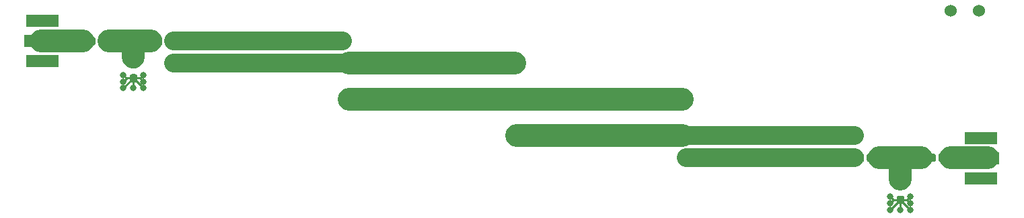
<source format=gbr>
G04 #@! TF.GenerationSoftware,KiCad,Pcbnew,5.1.2-f72e74a~84~ubuntu18.04.1*
G04 #@! TF.CreationDate,2019-11-21T14:14:44+01:00*
G04 #@! TF.ProjectId,FR4_proto,4652345f-7072-46f7-946f-2e6b69636164,rev?*
G04 #@! TF.SameCoordinates,Original*
G04 #@! TF.FileFunction,Copper,L1,Top*
G04 #@! TF.FilePolarity,Positive*
%FSLAX46Y46*%
G04 Gerber Fmt 4.6, Leading zero omitted, Abs format (unit mm)*
G04 Created by KiCad (PCBNEW 5.1.2-f72e74a~84~ubuntu18.04.1) date 2019-11-21 14:14:44*
%MOMM*%
%LPD*%
G04 APERTURE LIST*
%ADD10C,1.524000*%
%ADD11R,4.060000X1.520000*%
%ADD12R,4.600000X1.520000*%
%ADD13C,0.100000*%
%ADD14C,0.950000*%
%ADD15C,1.050000*%
%ADD16C,0.800000*%
%ADD17C,2.360000*%
%ADD18C,2.845000*%
%ADD19C,2.900000*%
%ADD20C,0.250000*%
G04 APERTURE END LIST*
D10*
X172720000Y-85090000D03*
X176220000Y-85090000D03*
D11*
X176530000Y-106180000D03*
X176530000Y-101100000D03*
D12*
X176530000Y-103640000D03*
D11*
X58420000Y-86360000D03*
X58420000Y-91440000D03*
D12*
X58420000Y-88900000D03*
D13*
G36*
X166630779Y-108396144D02*
G01*
X166653834Y-108399563D01*
X166676443Y-108405227D01*
X166698387Y-108413079D01*
X166719457Y-108423044D01*
X166739448Y-108435026D01*
X166758168Y-108448910D01*
X166775438Y-108464562D01*
X166791090Y-108481832D01*
X166804974Y-108500552D01*
X166816956Y-108520543D01*
X166826921Y-108541613D01*
X166834773Y-108563557D01*
X166840437Y-108586166D01*
X166843856Y-108609221D01*
X166845000Y-108632500D01*
X166845000Y-109207500D01*
X166843856Y-109230779D01*
X166840437Y-109253834D01*
X166834773Y-109276443D01*
X166826921Y-109298387D01*
X166816956Y-109319457D01*
X166804974Y-109339448D01*
X166791090Y-109358168D01*
X166775438Y-109375438D01*
X166758168Y-109391090D01*
X166739448Y-109404974D01*
X166719457Y-109416956D01*
X166698387Y-109426921D01*
X166676443Y-109434773D01*
X166653834Y-109440437D01*
X166630779Y-109443856D01*
X166607500Y-109445000D01*
X166132500Y-109445000D01*
X166109221Y-109443856D01*
X166086166Y-109440437D01*
X166063557Y-109434773D01*
X166041613Y-109426921D01*
X166020543Y-109416956D01*
X166000552Y-109404974D01*
X165981832Y-109391090D01*
X165964562Y-109375438D01*
X165948910Y-109358168D01*
X165935026Y-109339448D01*
X165923044Y-109319457D01*
X165913079Y-109298387D01*
X165905227Y-109276443D01*
X165899563Y-109253834D01*
X165896144Y-109230779D01*
X165895000Y-109207500D01*
X165895000Y-108632500D01*
X165896144Y-108609221D01*
X165899563Y-108586166D01*
X165905227Y-108563557D01*
X165913079Y-108541613D01*
X165923044Y-108520543D01*
X165935026Y-108500552D01*
X165948910Y-108481832D01*
X165964562Y-108464562D01*
X165981832Y-108448910D01*
X166000552Y-108435026D01*
X166020543Y-108423044D01*
X166041613Y-108413079D01*
X166063557Y-108405227D01*
X166086166Y-108399563D01*
X166109221Y-108396144D01*
X166132500Y-108395000D01*
X166607500Y-108395000D01*
X166630779Y-108396144D01*
X166630779Y-108396144D01*
G37*
D14*
X166370000Y-108920000D03*
D13*
G36*
X166630779Y-106646144D02*
G01*
X166653834Y-106649563D01*
X166676443Y-106655227D01*
X166698387Y-106663079D01*
X166719457Y-106673044D01*
X166739448Y-106685026D01*
X166758168Y-106698910D01*
X166775438Y-106714562D01*
X166791090Y-106731832D01*
X166804974Y-106750552D01*
X166816956Y-106770543D01*
X166826921Y-106791613D01*
X166834773Y-106813557D01*
X166840437Y-106836166D01*
X166843856Y-106859221D01*
X166845000Y-106882500D01*
X166845000Y-107457500D01*
X166843856Y-107480779D01*
X166840437Y-107503834D01*
X166834773Y-107526443D01*
X166826921Y-107548387D01*
X166816956Y-107569457D01*
X166804974Y-107589448D01*
X166791090Y-107608168D01*
X166775438Y-107625438D01*
X166758168Y-107641090D01*
X166739448Y-107654974D01*
X166719457Y-107666956D01*
X166698387Y-107676921D01*
X166676443Y-107684773D01*
X166653834Y-107690437D01*
X166630779Y-107693856D01*
X166607500Y-107695000D01*
X166132500Y-107695000D01*
X166109221Y-107693856D01*
X166086166Y-107690437D01*
X166063557Y-107684773D01*
X166041613Y-107676921D01*
X166020543Y-107666956D01*
X166000552Y-107654974D01*
X165981832Y-107641090D01*
X165964562Y-107625438D01*
X165948910Y-107608168D01*
X165935026Y-107589448D01*
X165923044Y-107569457D01*
X165913079Y-107548387D01*
X165905227Y-107526443D01*
X165899563Y-107503834D01*
X165896144Y-107480779D01*
X165895000Y-107457500D01*
X165895000Y-106882500D01*
X165896144Y-106859221D01*
X165899563Y-106836166D01*
X165905227Y-106813557D01*
X165913079Y-106791613D01*
X165923044Y-106770543D01*
X165935026Y-106750552D01*
X165948910Y-106731832D01*
X165964562Y-106714562D01*
X165981832Y-106698910D01*
X166000552Y-106685026D01*
X166020543Y-106673044D01*
X166041613Y-106663079D01*
X166063557Y-106655227D01*
X166086166Y-106649563D01*
X166109221Y-106646144D01*
X166132500Y-106645000D01*
X166607500Y-106645000D01*
X166630779Y-106646144D01*
X166630779Y-106646144D01*
G37*
D14*
X166370000Y-107170000D03*
D13*
G36*
X70110779Y-93056144D02*
G01*
X70133834Y-93059563D01*
X70156443Y-93065227D01*
X70178387Y-93073079D01*
X70199457Y-93083044D01*
X70219448Y-93095026D01*
X70238168Y-93108910D01*
X70255438Y-93124562D01*
X70271090Y-93141832D01*
X70284974Y-93160552D01*
X70296956Y-93180543D01*
X70306921Y-93201613D01*
X70314773Y-93223557D01*
X70320437Y-93246166D01*
X70323856Y-93269221D01*
X70325000Y-93292500D01*
X70325000Y-93867500D01*
X70323856Y-93890779D01*
X70320437Y-93913834D01*
X70314773Y-93936443D01*
X70306921Y-93958387D01*
X70296956Y-93979457D01*
X70284974Y-93999448D01*
X70271090Y-94018168D01*
X70255438Y-94035438D01*
X70238168Y-94051090D01*
X70219448Y-94064974D01*
X70199457Y-94076956D01*
X70178387Y-94086921D01*
X70156443Y-94094773D01*
X70133834Y-94100437D01*
X70110779Y-94103856D01*
X70087500Y-94105000D01*
X69612500Y-94105000D01*
X69589221Y-94103856D01*
X69566166Y-94100437D01*
X69543557Y-94094773D01*
X69521613Y-94086921D01*
X69500543Y-94076956D01*
X69480552Y-94064974D01*
X69461832Y-94051090D01*
X69444562Y-94035438D01*
X69428910Y-94018168D01*
X69415026Y-93999448D01*
X69403044Y-93979457D01*
X69393079Y-93958387D01*
X69385227Y-93936443D01*
X69379563Y-93913834D01*
X69376144Y-93890779D01*
X69375000Y-93867500D01*
X69375000Y-93292500D01*
X69376144Y-93269221D01*
X69379563Y-93246166D01*
X69385227Y-93223557D01*
X69393079Y-93201613D01*
X69403044Y-93180543D01*
X69415026Y-93160552D01*
X69428910Y-93141832D01*
X69444562Y-93124562D01*
X69461832Y-93108910D01*
X69480552Y-93095026D01*
X69500543Y-93083044D01*
X69521613Y-93073079D01*
X69543557Y-93065227D01*
X69566166Y-93059563D01*
X69589221Y-93056144D01*
X69612500Y-93055000D01*
X70087500Y-93055000D01*
X70110779Y-93056144D01*
X70110779Y-93056144D01*
G37*
D14*
X69850000Y-93580000D03*
D13*
G36*
X70110779Y-91306144D02*
G01*
X70133834Y-91309563D01*
X70156443Y-91315227D01*
X70178387Y-91323079D01*
X70199457Y-91333044D01*
X70219448Y-91345026D01*
X70238168Y-91358910D01*
X70255438Y-91374562D01*
X70271090Y-91391832D01*
X70284974Y-91410552D01*
X70296956Y-91430543D01*
X70306921Y-91451613D01*
X70314773Y-91473557D01*
X70320437Y-91496166D01*
X70323856Y-91519221D01*
X70325000Y-91542500D01*
X70325000Y-92117500D01*
X70323856Y-92140779D01*
X70320437Y-92163834D01*
X70314773Y-92186443D01*
X70306921Y-92208387D01*
X70296956Y-92229457D01*
X70284974Y-92249448D01*
X70271090Y-92268168D01*
X70255438Y-92285438D01*
X70238168Y-92301090D01*
X70219448Y-92314974D01*
X70199457Y-92326956D01*
X70178387Y-92336921D01*
X70156443Y-92344773D01*
X70133834Y-92350437D01*
X70110779Y-92353856D01*
X70087500Y-92355000D01*
X69612500Y-92355000D01*
X69589221Y-92353856D01*
X69566166Y-92350437D01*
X69543557Y-92344773D01*
X69521613Y-92336921D01*
X69500543Y-92326956D01*
X69480552Y-92314974D01*
X69461832Y-92301090D01*
X69444562Y-92285438D01*
X69428910Y-92268168D01*
X69415026Y-92249448D01*
X69403044Y-92229457D01*
X69393079Y-92208387D01*
X69385227Y-92186443D01*
X69379563Y-92163834D01*
X69376144Y-92140779D01*
X69375000Y-92117500D01*
X69375000Y-91542500D01*
X69376144Y-91519221D01*
X69379563Y-91496166D01*
X69385227Y-91473557D01*
X69393079Y-91451613D01*
X69403044Y-91430543D01*
X69415026Y-91410552D01*
X69428910Y-91391832D01*
X69444562Y-91374562D01*
X69461832Y-91358910D01*
X69480552Y-91345026D01*
X69500543Y-91333044D01*
X69521613Y-91323079D01*
X69543557Y-91315227D01*
X69566166Y-91309563D01*
X69589221Y-91306144D01*
X69612500Y-91305000D01*
X70087500Y-91305000D01*
X70110779Y-91306144D01*
X70110779Y-91306144D01*
G37*
D14*
X69850000Y-91830000D03*
D13*
G36*
X170579505Y-103087204D02*
G01*
X170603773Y-103090804D01*
X170627572Y-103096765D01*
X170650671Y-103105030D01*
X170672850Y-103115520D01*
X170693893Y-103128132D01*
X170713599Y-103142747D01*
X170731777Y-103159223D01*
X170748253Y-103177401D01*
X170762868Y-103197107D01*
X170775480Y-103218150D01*
X170785970Y-103240329D01*
X170794235Y-103263428D01*
X170800196Y-103287227D01*
X170803796Y-103311495D01*
X170805000Y-103335999D01*
X170805000Y-103886001D01*
X170803796Y-103910505D01*
X170800196Y-103934773D01*
X170794235Y-103958572D01*
X170785970Y-103981671D01*
X170775480Y-104003850D01*
X170762868Y-104024893D01*
X170748253Y-104044599D01*
X170731777Y-104062777D01*
X170713599Y-104079253D01*
X170693893Y-104093868D01*
X170672850Y-104106480D01*
X170650671Y-104116970D01*
X170627572Y-104125235D01*
X170603773Y-104131196D01*
X170579505Y-104134796D01*
X170555001Y-104136000D01*
X169804999Y-104136000D01*
X169780495Y-104134796D01*
X169756227Y-104131196D01*
X169732428Y-104125235D01*
X169709329Y-104116970D01*
X169687150Y-104106480D01*
X169666107Y-104093868D01*
X169646401Y-104079253D01*
X169628223Y-104062777D01*
X169611747Y-104044599D01*
X169597132Y-104024893D01*
X169584520Y-104003850D01*
X169574030Y-103981671D01*
X169565765Y-103958572D01*
X169559804Y-103934773D01*
X169556204Y-103910505D01*
X169555000Y-103886001D01*
X169555000Y-103335999D01*
X169556204Y-103311495D01*
X169559804Y-103287227D01*
X169565765Y-103263428D01*
X169574030Y-103240329D01*
X169584520Y-103218150D01*
X169597132Y-103197107D01*
X169611747Y-103177401D01*
X169628223Y-103159223D01*
X169646401Y-103142747D01*
X169666107Y-103128132D01*
X169687150Y-103115520D01*
X169709329Y-103105030D01*
X169732428Y-103096765D01*
X169756227Y-103090804D01*
X169780495Y-103087204D01*
X169804999Y-103086000D01*
X170555001Y-103086000D01*
X170579505Y-103087204D01*
X170579505Y-103087204D01*
G37*
D15*
X170180000Y-103611000D03*
D13*
G36*
X172179505Y-103087204D02*
G01*
X172203773Y-103090804D01*
X172227572Y-103096765D01*
X172250671Y-103105030D01*
X172272850Y-103115520D01*
X172293893Y-103128132D01*
X172313599Y-103142747D01*
X172331777Y-103159223D01*
X172348253Y-103177401D01*
X172362868Y-103197107D01*
X172375480Y-103218150D01*
X172385970Y-103240329D01*
X172394235Y-103263428D01*
X172400196Y-103287227D01*
X172403796Y-103311495D01*
X172405000Y-103335999D01*
X172405000Y-103886001D01*
X172403796Y-103910505D01*
X172400196Y-103934773D01*
X172394235Y-103958572D01*
X172385970Y-103981671D01*
X172375480Y-104003850D01*
X172362868Y-104024893D01*
X172348253Y-104044599D01*
X172331777Y-104062777D01*
X172313599Y-104079253D01*
X172293893Y-104093868D01*
X172272850Y-104106480D01*
X172250671Y-104116970D01*
X172227572Y-104125235D01*
X172203773Y-104131196D01*
X172179505Y-104134796D01*
X172155001Y-104136000D01*
X171404999Y-104136000D01*
X171380495Y-104134796D01*
X171356227Y-104131196D01*
X171332428Y-104125235D01*
X171309329Y-104116970D01*
X171287150Y-104106480D01*
X171266107Y-104093868D01*
X171246401Y-104079253D01*
X171228223Y-104062777D01*
X171211747Y-104044599D01*
X171197132Y-104024893D01*
X171184520Y-104003850D01*
X171174030Y-103981671D01*
X171165765Y-103958572D01*
X171159804Y-103934773D01*
X171156204Y-103910505D01*
X171155000Y-103886001D01*
X171155000Y-103335999D01*
X171156204Y-103311495D01*
X171159804Y-103287227D01*
X171165765Y-103263428D01*
X171174030Y-103240329D01*
X171184520Y-103218150D01*
X171197132Y-103197107D01*
X171211747Y-103177401D01*
X171228223Y-103159223D01*
X171246401Y-103142747D01*
X171266107Y-103128132D01*
X171287150Y-103115520D01*
X171309329Y-103105030D01*
X171332428Y-103096765D01*
X171356227Y-103090804D01*
X171380495Y-103087204D01*
X171404999Y-103086000D01*
X172155001Y-103086000D01*
X172179505Y-103087204D01*
X172179505Y-103087204D01*
G37*
D15*
X171780000Y-103611000D03*
D13*
G36*
X161559505Y-103087204D02*
G01*
X161583773Y-103090804D01*
X161607572Y-103096765D01*
X161630671Y-103105030D01*
X161652850Y-103115520D01*
X161673893Y-103128132D01*
X161693599Y-103142747D01*
X161711777Y-103159223D01*
X161728253Y-103177401D01*
X161742868Y-103197107D01*
X161755480Y-103218150D01*
X161765970Y-103240329D01*
X161774235Y-103263428D01*
X161780196Y-103287227D01*
X161783796Y-103311495D01*
X161785000Y-103335999D01*
X161785000Y-103886001D01*
X161783796Y-103910505D01*
X161780196Y-103934773D01*
X161774235Y-103958572D01*
X161765970Y-103981671D01*
X161755480Y-104003850D01*
X161742868Y-104024893D01*
X161728253Y-104044599D01*
X161711777Y-104062777D01*
X161693599Y-104079253D01*
X161673893Y-104093868D01*
X161652850Y-104106480D01*
X161630671Y-104116970D01*
X161607572Y-104125235D01*
X161583773Y-104131196D01*
X161559505Y-104134796D01*
X161535001Y-104136000D01*
X160784999Y-104136000D01*
X160760495Y-104134796D01*
X160736227Y-104131196D01*
X160712428Y-104125235D01*
X160689329Y-104116970D01*
X160667150Y-104106480D01*
X160646107Y-104093868D01*
X160626401Y-104079253D01*
X160608223Y-104062777D01*
X160591747Y-104044599D01*
X160577132Y-104024893D01*
X160564520Y-104003850D01*
X160554030Y-103981671D01*
X160545765Y-103958572D01*
X160539804Y-103934773D01*
X160536204Y-103910505D01*
X160535000Y-103886001D01*
X160535000Y-103335999D01*
X160536204Y-103311495D01*
X160539804Y-103287227D01*
X160545765Y-103263428D01*
X160554030Y-103240329D01*
X160564520Y-103218150D01*
X160577132Y-103197107D01*
X160591747Y-103177401D01*
X160608223Y-103159223D01*
X160626401Y-103142747D01*
X160646107Y-103128132D01*
X160667150Y-103115520D01*
X160689329Y-103105030D01*
X160712428Y-103096765D01*
X160736227Y-103090804D01*
X160760495Y-103087204D01*
X160784999Y-103086000D01*
X161535001Y-103086000D01*
X161559505Y-103087204D01*
X161559505Y-103087204D01*
G37*
D15*
X161160000Y-103611000D03*
D13*
G36*
X163159505Y-103087204D02*
G01*
X163183773Y-103090804D01*
X163207572Y-103096765D01*
X163230671Y-103105030D01*
X163252850Y-103115520D01*
X163273893Y-103128132D01*
X163293599Y-103142747D01*
X163311777Y-103159223D01*
X163328253Y-103177401D01*
X163342868Y-103197107D01*
X163355480Y-103218150D01*
X163365970Y-103240329D01*
X163374235Y-103263428D01*
X163380196Y-103287227D01*
X163383796Y-103311495D01*
X163385000Y-103335999D01*
X163385000Y-103886001D01*
X163383796Y-103910505D01*
X163380196Y-103934773D01*
X163374235Y-103958572D01*
X163365970Y-103981671D01*
X163355480Y-104003850D01*
X163342868Y-104024893D01*
X163328253Y-104044599D01*
X163311777Y-104062777D01*
X163293599Y-104079253D01*
X163273893Y-104093868D01*
X163252850Y-104106480D01*
X163230671Y-104116970D01*
X163207572Y-104125235D01*
X163183773Y-104131196D01*
X163159505Y-104134796D01*
X163135001Y-104136000D01*
X162384999Y-104136000D01*
X162360495Y-104134796D01*
X162336227Y-104131196D01*
X162312428Y-104125235D01*
X162289329Y-104116970D01*
X162267150Y-104106480D01*
X162246107Y-104093868D01*
X162226401Y-104079253D01*
X162208223Y-104062777D01*
X162191747Y-104044599D01*
X162177132Y-104024893D01*
X162164520Y-104003850D01*
X162154030Y-103981671D01*
X162145765Y-103958572D01*
X162139804Y-103934773D01*
X162136204Y-103910505D01*
X162135000Y-103886001D01*
X162135000Y-103335999D01*
X162136204Y-103311495D01*
X162139804Y-103287227D01*
X162145765Y-103263428D01*
X162154030Y-103240329D01*
X162164520Y-103218150D01*
X162177132Y-103197107D01*
X162191747Y-103177401D01*
X162208223Y-103159223D01*
X162226401Y-103142747D01*
X162246107Y-103128132D01*
X162267150Y-103115520D01*
X162289329Y-103105030D01*
X162312428Y-103096765D01*
X162336227Y-103090804D01*
X162360495Y-103087204D01*
X162384999Y-103086000D01*
X163135001Y-103086000D01*
X163159505Y-103087204D01*
X163159505Y-103087204D01*
G37*
D15*
X162760000Y-103611000D03*
D13*
G36*
X73259505Y-88376204D02*
G01*
X73283773Y-88379804D01*
X73307572Y-88385765D01*
X73330671Y-88394030D01*
X73352850Y-88404520D01*
X73373893Y-88417132D01*
X73393599Y-88431747D01*
X73411777Y-88448223D01*
X73428253Y-88466401D01*
X73442868Y-88486107D01*
X73455480Y-88507150D01*
X73465970Y-88529329D01*
X73474235Y-88552428D01*
X73480196Y-88576227D01*
X73483796Y-88600495D01*
X73485000Y-88624999D01*
X73485000Y-89175001D01*
X73483796Y-89199505D01*
X73480196Y-89223773D01*
X73474235Y-89247572D01*
X73465970Y-89270671D01*
X73455480Y-89292850D01*
X73442868Y-89313893D01*
X73428253Y-89333599D01*
X73411777Y-89351777D01*
X73393599Y-89368253D01*
X73373893Y-89382868D01*
X73352850Y-89395480D01*
X73330671Y-89405970D01*
X73307572Y-89414235D01*
X73283773Y-89420196D01*
X73259505Y-89423796D01*
X73235001Y-89425000D01*
X72484999Y-89425000D01*
X72460495Y-89423796D01*
X72436227Y-89420196D01*
X72412428Y-89414235D01*
X72389329Y-89405970D01*
X72367150Y-89395480D01*
X72346107Y-89382868D01*
X72326401Y-89368253D01*
X72308223Y-89351777D01*
X72291747Y-89333599D01*
X72277132Y-89313893D01*
X72264520Y-89292850D01*
X72254030Y-89270671D01*
X72245765Y-89247572D01*
X72239804Y-89223773D01*
X72236204Y-89199505D01*
X72235000Y-89175001D01*
X72235000Y-88624999D01*
X72236204Y-88600495D01*
X72239804Y-88576227D01*
X72245765Y-88552428D01*
X72254030Y-88529329D01*
X72264520Y-88507150D01*
X72277132Y-88486107D01*
X72291747Y-88466401D01*
X72308223Y-88448223D01*
X72326401Y-88431747D01*
X72346107Y-88417132D01*
X72367150Y-88404520D01*
X72389329Y-88394030D01*
X72412428Y-88385765D01*
X72436227Y-88379804D01*
X72460495Y-88376204D01*
X72484999Y-88375000D01*
X73235001Y-88375000D01*
X73259505Y-88376204D01*
X73259505Y-88376204D01*
G37*
D15*
X72860000Y-88900000D03*
D13*
G36*
X74859505Y-88376204D02*
G01*
X74883773Y-88379804D01*
X74907572Y-88385765D01*
X74930671Y-88394030D01*
X74952850Y-88404520D01*
X74973893Y-88417132D01*
X74993599Y-88431747D01*
X75011777Y-88448223D01*
X75028253Y-88466401D01*
X75042868Y-88486107D01*
X75055480Y-88507150D01*
X75065970Y-88529329D01*
X75074235Y-88552428D01*
X75080196Y-88576227D01*
X75083796Y-88600495D01*
X75085000Y-88624999D01*
X75085000Y-89175001D01*
X75083796Y-89199505D01*
X75080196Y-89223773D01*
X75074235Y-89247572D01*
X75065970Y-89270671D01*
X75055480Y-89292850D01*
X75042868Y-89313893D01*
X75028253Y-89333599D01*
X75011777Y-89351777D01*
X74993599Y-89368253D01*
X74973893Y-89382868D01*
X74952850Y-89395480D01*
X74930671Y-89405970D01*
X74907572Y-89414235D01*
X74883773Y-89420196D01*
X74859505Y-89423796D01*
X74835001Y-89425000D01*
X74084999Y-89425000D01*
X74060495Y-89423796D01*
X74036227Y-89420196D01*
X74012428Y-89414235D01*
X73989329Y-89405970D01*
X73967150Y-89395480D01*
X73946107Y-89382868D01*
X73926401Y-89368253D01*
X73908223Y-89351777D01*
X73891747Y-89333599D01*
X73877132Y-89313893D01*
X73864520Y-89292850D01*
X73854030Y-89270671D01*
X73845765Y-89247572D01*
X73839804Y-89223773D01*
X73836204Y-89199505D01*
X73835000Y-89175001D01*
X73835000Y-88624999D01*
X73836204Y-88600495D01*
X73839804Y-88576227D01*
X73845765Y-88552428D01*
X73854030Y-88529329D01*
X73864520Y-88507150D01*
X73877132Y-88486107D01*
X73891747Y-88466401D01*
X73908223Y-88448223D01*
X73926401Y-88431747D01*
X73946107Y-88417132D01*
X73967150Y-88404520D01*
X73989329Y-88394030D01*
X74012428Y-88385765D01*
X74036227Y-88379804D01*
X74060495Y-88376204D01*
X74084999Y-88375000D01*
X74835001Y-88375000D01*
X74859505Y-88376204D01*
X74859505Y-88376204D01*
G37*
D15*
X74460000Y-88900000D03*
D13*
G36*
X64839505Y-88376204D02*
G01*
X64863773Y-88379804D01*
X64887572Y-88385765D01*
X64910671Y-88394030D01*
X64932850Y-88404520D01*
X64953893Y-88417132D01*
X64973599Y-88431747D01*
X64991777Y-88448223D01*
X65008253Y-88466401D01*
X65022868Y-88486107D01*
X65035480Y-88507150D01*
X65045970Y-88529329D01*
X65054235Y-88552428D01*
X65060196Y-88576227D01*
X65063796Y-88600495D01*
X65065000Y-88624999D01*
X65065000Y-89175001D01*
X65063796Y-89199505D01*
X65060196Y-89223773D01*
X65054235Y-89247572D01*
X65045970Y-89270671D01*
X65035480Y-89292850D01*
X65022868Y-89313893D01*
X65008253Y-89333599D01*
X64991777Y-89351777D01*
X64973599Y-89368253D01*
X64953893Y-89382868D01*
X64932850Y-89395480D01*
X64910671Y-89405970D01*
X64887572Y-89414235D01*
X64863773Y-89420196D01*
X64839505Y-89423796D01*
X64815001Y-89425000D01*
X64064999Y-89425000D01*
X64040495Y-89423796D01*
X64016227Y-89420196D01*
X63992428Y-89414235D01*
X63969329Y-89405970D01*
X63947150Y-89395480D01*
X63926107Y-89382868D01*
X63906401Y-89368253D01*
X63888223Y-89351777D01*
X63871747Y-89333599D01*
X63857132Y-89313893D01*
X63844520Y-89292850D01*
X63834030Y-89270671D01*
X63825765Y-89247572D01*
X63819804Y-89223773D01*
X63816204Y-89199505D01*
X63815000Y-89175001D01*
X63815000Y-88624999D01*
X63816204Y-88600495D01*
X63819804Y-88576227D01*
X63825765Y-88552428D01*
X63834030Y-88529329D01*
X63844520Y-88507150D01*
X63857132Y-88486107D01*
X63871747Y-88466401D01*
X63888223Y-88448223D01*
X63906401Y-88431747D01*
X63926107Y-88417132D01*
X63947150Y-88404520D01*
X63969329Y-88394030D01*
X63992428Y-88385765D01*
X64016227Y-88379804D01*
X64040495Y-88376204D01*
X64064999Y-88375000D01*
X64815001Y-88375000D01*
X64839505Y-88376204D01*
X64839505Y-88376204D01*
G37*
D15*
X64440000Y-88900000D03*
D13*
G36*
X66439505Y-88376204D02*
G01*
X66463773Y-88379804D01*
X66487572Y-88385765D01*
X66510671Y-88394030D01*
X66532850Y-88404520D01*
X66553893Y-88417132D01*
X66573599Y-88431747D01*
X66591777Y-88448223D01*
X66608253Y-88466401D01*
X66622868Y-88486107D01*
X66635480Y-88507150D01*
X66645970Y-88529329D01*
X66654235Y-88552428D01*
X66660196Y-88576227D01*
X66663796Y-88600495D01*
X66665000Y-88624999D01*
X66665000Y-89175001D01*
X66663796Y-89199505D01*
X66660196Y-89223773D01*
X66654235Y-89247572D01*
X66645970Y-89270671D01*
X66635480Y-89292850D01*
X66622868Y-89313893D01*
X66608253Y-89333599D01*
X66591777Y-89351777D01*
X66573599Y-89368253D01*
X66553893Y-89382868D01*
X66532850Y-89395480D01*
X66510671Y-89405970D01*
X66487572Y-89414235D01*
X66463773Y-89420196D01*
X66439505Y-89423796D01*
X66415001Y-89425000D01*
X65664999Y-89425000D01*
X65640495Y-89423796D01*
X65616227Y-89420196D01*
X65592428Y-89414235D01*
X65569329Y-89405970D01*
X65547150Y-89395480D01*
X65526107Y-89382868D01*
X65506401Y-89368253D01*
X65488223Y-89351777D01*
X65471747Y-89333599D01*
X65457132Y-89313893D01*
X65444520Y-89292850D01*
X65434030Y-89270671D01*
X65425765Y-89247572D01*
X65419804Y-89223773D01*
X65416204Y-89199505D01*
X65415000Y-89175001D01*
X65415000Y-88624999D01*
X65416204Y-88600495D01*
X65419804Y-88576227D01*
X65425765Y-88552428D01*
X65434030Y-88529329D01*
X65444520Y-88507150D01*
X65457132Y-88486107D01*
X65471747Y-88466401D01*
X65488223Y-88448223D01*
X65506401Y-88431747D01*
X65526107Y-88417132D01*
X65547150Y-88404520D01*
X65569329Y-88394030D01*
X65592428Y-88385765D01*
X65616227Y-88379804D01*
X65640495Y-88376204D01*
X65664999Y-88375000D01*
X66415001Y-88375000D01*
X66439505Y-88376204D01*
X66439505Y-88376204D01*
G37*
D15*
X66040000Y-88900000D03*
D16*
X165100000Y-108490000D03*
X167640000Y-109340000D03*
X167640000Y-110160000D03*
X165100000Y-110160000D03*
X166370000Y-108890000D03*
X166370000Y-110160000D03*
X165100000Y-109340000D03*
X167640000Y-108490000D03*
X71120000Y-93150000D03*
X68580000Y-93150000D03*
X69850000Y-94820000D03*
X68580000Y-94820000D03*
X71120000Y-94820000D03*
X71120000Y-94000000D03*
X68580000Y-94000000D03*
X175260000Y-100930000D03*
X176530000Y-100930000D03*
X177800000Y-100930000D03*
X69850000Y-93550000D03*
X177800000Y-106280000D03*
X176530000Y-106280000D03*
X175260000Y-106280000D03*
X59690000Y-91440000D03*
X58420000Y-91440000D03*
X57150000Y-91440000D03*
X59690000Y-86360000D03*
X58420000Y-86360000D03*
X57150000Y-86360000D03*
D17*
X74930000Y-91674500D02*
X96160000Y-91674500D01*
D18*
X96990000Y-91674500D02*
X117800000Y-91674500D01*
X96990000Y-96255500D02*
X117800000Y-96255500D01*
X118064500Y-96255500D02*
X138874500Y-96255500D01*
X118064500Y-100836500D02*
X138874500Y-100836500D01*
D17*
X139381000Y-100836500D02*
X160611000Y-100836500D01*
D19*
X58200000Y-88900000D02*
X63500000Y-88900000D01*
X69850000Y-90934990D02*
X69850000Y-90170000D01*
X66800000Y-88900000D02*
X72000000Y-88900000D01*
D17*
X74930000Y-88900000D02*
X96160000Y-88900000D01*
X139381000Y-103611000D02*
X160611000Y-103611000D01*
D19*
X166370000Y-106280000D02*
X166370000Y-105010000D01*
D20*
X170316810Y-103611000D02*
X170180000Y-103611000D01*
D19*
X163700000Y-103611000D02*
X169000000Y-103611000D01*
X172720000Y-103611000D02*
X177300000Y-103611000D01*
D20*
X68980000Y-93550000D02*
X68580000Y-93150000D01*
X69850000Y-93550000D02*
X68980000Y-93550000D01*
X69030000Y-93550000D02*
X68580000Y-94000000D01*
X69850000Y-93550000D02*
X69030000Y-93550000D01*
X69820000Y-93580000D02*
X68580000Y-94820000D01*
X69850000Y-93580000D02*
X69820000Y-93580000D01*
X69850000Y-93550000D02*
X69850000Y-94820000D01*
X70720000Y-93550000D02*
X71120000Y-93150000D01*
X69850000Y-93550000D02*
X70720000Y-93550000D01*
X70670000Y-93550000D02*
X71120000Y-94000000D01*
X69850000Y-93550000D02*
X70670000Y-93550000D01*
X69880000Y-93580000D02*
X71120000Y-94820000D01*
X69850000Y-93580000D02*
X69880000Y-93580000D01*
X167210000Y-108920000D02*
X167640000Y-108490000D01*
X166370000Y-108920000D02*
X167210000Y-108920000D01*
X167190000Y-108890000D02*
X167640000Y-109340000D01*
X166370000Y-108890000D02*
X167190000Y-108890000D01*
X166370000Y-108890000D02*
X167640000Y-110160000D01*
X166370000Y-108890000D02*
X166370000Y-110160000D01*
X166370000Y-108890000D02*
X165270000Y-109990000D01*
X165520000Y-108920000D02*
X165100000Y-109340000D01*
X166370000Y-108920000D02*
X165520000Y-108920000D01*
X165530000Y-108920000D02*
X165100000Y-108490000D01*
X166370000Y-108920000D02*
X165530000Y-108920000D01*
M02*

</source>
